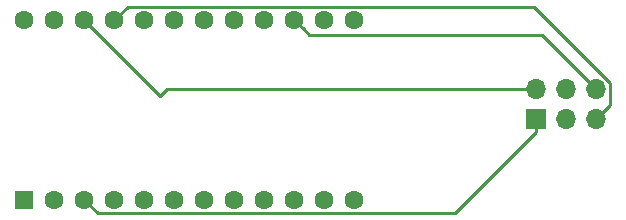
<source format=gbr>
G04 #@! TF.GenerationSoftware,KiCad,Pcbnew,(5.1.4)-1*
G04 #@! TF.CreationDate,2022-03-14T15:20:43-07:00*
G04 #@! TF.ProjectId,Micro-Flasher-ASP,4d696372-6f2d-4466-9c61-736865722d41,rev?*
G04 #@! TF.SameCoordinates,Original*
G04 #@! TF.FileFunction,Copper,L1,Top*
G04 #@! TF.FilePolarity,Positive*
%FSLAX46Y46*%
G04 Gerber Fmt 4.6, Leading zero omitted, Abs format (unit mm)*
G04 Created by KiCad (PCBNEW (5.1.4)-1) date 2022-03-14 15:20:43*
%MOMM*%
%LPD*%
G04 APERTURE LIST*
%ADD10O,1.700000X1.700000*%
%ADD11R,1.700000X1.700000*%
%ADD12C,1.600000*%
%ADD13R,1.600000X1.600000*%
%ADD14C,0.250000*%
G04 APERTURE END LIST*
D10*
X148748750Y-61753750D03*
X148748750Y-64293750D03*
X146208750Y-61753750D03*
X146208750Y-64293750D03*
X143668750Y-61753750D03*
D11*
X143668750Y-64293750D03*
D12*
X100330000Y-55880000D03*
X102870000Y-55880000D03*
X105410000Y-55880000D03*
X107950000Y-55880000D03*
X110490000Y-55880000D03*
X113030000Y-55880000D03*
X115570000Y-55880000D03*
X118110000Y-55880000D03*
X120650000Y-55880000D03*
X123190000Y-55880000D03*
X125730000Y-55880000D03*
X128270000Y-55880000D03*
X128270000Y-71120000D03*
X125730000Y-71120000D03*
X123190000Y-71120000D03*
X120650000Y-71120000D03*
X118110000Y-71120000D03*
X115570000Y-71120000D03*
X113030000Y-71120000D03*
X110490000Y-71120000D03*
X107950000Y-71120000D03*
X105410000Y-71120000D03*
X102870000Y-71120000D03*
D13*
X100330000Y-71120000D03*
D14*
X123989999Y-56679999D02*
X123190000Y-55880000D01*
X124460000Y-57150000D02*
X123989999Y-56679999D01*
X144145000Y-57150000D02*
X124460000Y-57150000D01*
X148748750Y-61753750D02*
X144145000Y-57150000D01*
X149923751Y-63118749D02*
X149598749Y-63443751D01*
X149923751Y-61189749D02*
X149923751Y-63118749D01*
X143489001Y-54754999D02*
X149923751Y-61189749D01*
X107950000Y-55880000D02*
X109075001Y-54754999D01*
X109075001Y-54754999D02*
X116110001Y-54754999D01*
X149598749Y-63443751D02*
X148748750Y-64293750D01*
X116110001Y-54754999D02*
X116123752Y-54768750D01*
X116123752Y-54768750D02*
X117475000Y-54768750D01*
X117475000Y-54768750D02*
X117488751Y-54754999D01*
X117488751Y-54754999D02*
X143489001Y-54754999D01*
X111823750Y-62293750D02*
X105410000Y-55880000D01*
X112363750Y-61753750D02*
X143668750Y-61753750D01*
X111823750Y-62293750D02*
X112363750Y-61753750D01*
X143668750Y-64293750D02*
X143668750Y-65218750D01*
X143668750Y-65393750D02*
X143668750Y-64293750D01*
X136817499Y-72245001D02*
X143668750Y-65393750D01*
X106535001Y-72245001D02*
X136817499Y-72245001D01*
X105410000Y-71120000D02*
X106535001Y-72245001D01*
M02*

</source>
